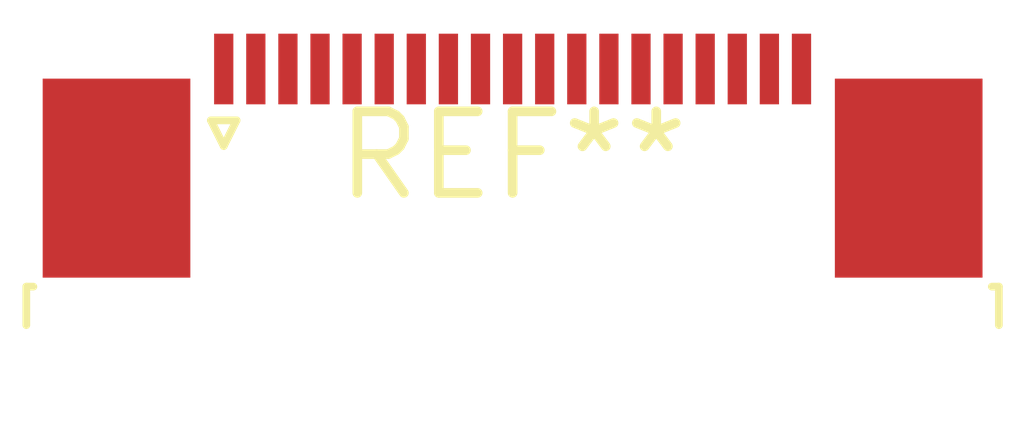
<source format=kicad_pcb>
(kicad_pcb (version 20240108) (generator pcbnew)
  (layers (0 "F.Cu" signal) (31 "B.Cu" signal) (34 "B.Paste" user) (35 "F.Paste" user) (36 "B.SilkS" user "B.Silkscreen") (37 "F.SilkS" user "F.Silkscreen") (38 "B.Mask" user) (39 "F.Mask" user) (44 "Edge.Cuts" user))
  (net 0 "")
  (footprint "TE_1-1734839-9_1x19-1MP_P0.5mm_Horizontal" (layer "F.Cu") (at 0 0)
    (property "Reference" "REF**")
    (property "Value" "PCB Edge")
    (fp_line (start -7.575 2.04) (end -7.575 2.64) (layer "F.SilkS") (stroke (width 0.12)))
    (fp_line (start -7.465 2.04) (end -7.575 2.04) (layer "F.SilkS") (stroke (width 0.12)))
    (fp_line (start -4.7 -0.55) (end -4.5 -0.15) (layer "F.SilkS") (stroke (width 0.12)))
    (fp_line (start -4.5 -0.15) (end -4.3 -0.55) (layer "F.SilkS") (stroke (width 0.12)))
    (fp_line (start -4.3 -0.55) (end -4.7 -0.55) (layer "F.SilkS") (stroke (width 0.12)))
    (fp_line (start 7.465 2.04) (end 7.575 2.04) (layer "F.SilkS") (stroke (width 0.12)))
    (fp_line (start 7.575 2.04) (end 7.575 2.64) (layer "F.SilkS") (stroke (width 0.12)))
    (pad "1" smd rect (at -4.5 -1.35) (size 0.3 1.1) (layers "F.Cu" "F.Paste" "F.Mask"))
    (pad "2" smd rect (at -4 -1.35) (size 0.3 1.1) (layers "F.Cu" "F.Paste" "F.Mask"))
    (pad "3" smd rect (at -3.5 -1.35) (size 0.3 1.1) (layers "F.Cu" "F.Paste" "F.Mask"))
    (pad "4" smd rect (at -3 -1.35) (size 0.3 1.1) (layers "F.Cu" "F.Paste" "F.Mask"))
    (pad "5" smd rect (at -2.5 -1.35) (size 0.3 1.1) (layers "F.Cu" "F.Paste" "F.Mask"))
    (pad "6" smd rect (at -2 -1.35) (size 0.3 1.1) (layers "F.Cu" "F.Paste" "F.Mask"))
    (pad "7" smd rect (at -1.5 -1.35) (size 0.3 1.1) (layers "F.Cu" "F.Paste" "F.Mask"))
    (pad "8" smd rect (at -1 -1.35) (size 0.3 1.1) (layers "F.Cu" "F.Paste" "F.Mask"))
    (pad "9" smd rect (at -0.5 -1.35) (size 0.3 1.1) (layers "F.Cu" "F.Paste" "F.Mask"))
    (pad "10" smd rect (at 0 -1.35) (size 0.3 1.1) (layers "F.Cu" "F.Paste" "F.Mask"))
    (pad "11" smd rect (at 0.5 -1.35) (size 0.3 1.1) (layers "F.Cu" "F.Paste" "F.Mask"))
    (pad "12" smd rect (at 1 -1.35) (size 0.3 1.1) (layers "F.Cu" "F.Paste" "F.Mask"))
    (pad "13" smd rect (at 1.5 -1.35) (size 0.3 1.1) (layers "F.Cu" "F.Paste" "F.Mask"))
    (pad "14" smd rect (at 2 -1.35) (size 0.3 1.1) (layers "F.Cu" "F.Paste" "F.Mask"))
    (pad "15" smd rect (at 2.5 -1.35) (size 0.3 1.1) (layers "F.Cu" "F.Paste" "F.Mask"))
    (pad "16" smd rect (at 3 -1.35) (size 0.3 1.1) (layers "F.Cu" "F.Paste" "F.Mask"))
    (pad "17" smd rect (at 3.5 -1.35) (size 0.3 1.1) (layers "F.Cu" "F.Paste" "F.Mask"))
    (pad "18" smd rect (at 4 -1.35) (size 0.3 1.1) (layers "F.Cu" "F.Paste" "F.Mask"))
    (pad "19" smd rect (at 4.5 -1.35) (size 0.3 1.1) (layers "F.Cu" "F.Paste" "F.Mask"))
    (pad "MP" smd rect (at -6.17 0.35) (size 2.3 3.1) (layers "F.Cu" "F.Paste" "F.Mask"))
    (pad "MP" smd rect (at 6.17 0.35) (size 2.3 3.1) (layers "F.Cu" "F.Paste" "F.Mask"))
  )
)
</source>
